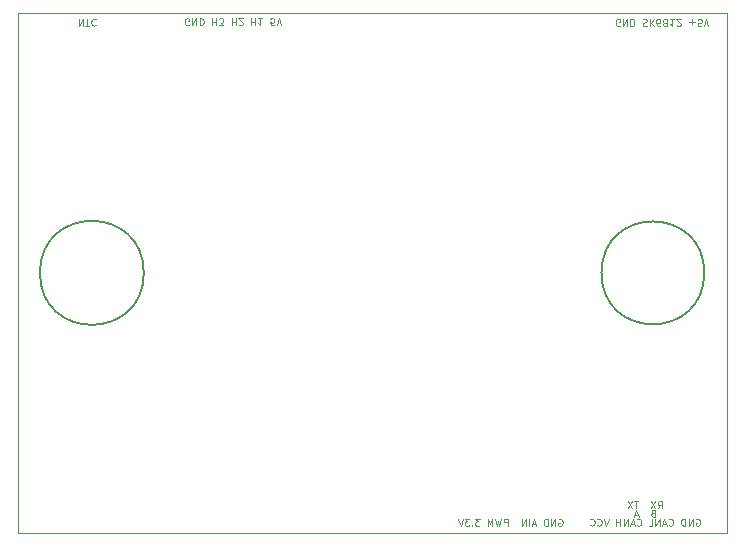
<source format=gbo>
G04 #@! TF.GenerationSoftware,KiCad,Pcbnew,5.1.4+dfsg1-1*
G04 #@! TF.CreationDate,2019-12-21T13:49:23+01:00*
G04 #@! TF.ProjectId,STM32G431,53544d33-3247-4343-9331-2e6b69636164,rev?*
G04 #@! TF.SameCoordinates,Original*
G04 #@! TF.FileFunction,Legend,Bot*
G04 #@! TF.FilePolarity,Positive*
%FSLAX46Y46*%
G04 Gerber Fmt 4.6, Leading zero omitted, Abs format (unit mm)*
G04 Created by KiCad (PCBNEW 5.1.4+dfsg1-1) date 2019-12-21 13:49:23*
%MOMM*%
%LPD*%
G04 APERTURE LIST*
%ADD10C,0.100000*%
%ADD11C,0.150000*%
%ADD12C,0.050000*%
G04 APERTURE END LIST*
D10*
X25150000Y-23478571D02*
X25150000Y-24078571D01*
X25492857Y-23478571D01*
X25492857Y-24078571D01*
X25692857Y-24078571D02*
X26035714Y-24078571D01*
X25864285Y-23478571D02*
X25864285Y-24078571D01*
X26578571Y-23535714D02*
X26550000Y-23507142D01*
X26464285Y-23478571D01*
X26407142Y-23478571D01*
X26321428Y-23507142D01*
X26264285Y-23564285D01*
X26235714Y-23621428D01*
X26207142Y-23735714D01*
X26207142Y-23821428D01*
X26235714Y-23935714D01*
X26264285Y-23992857D01*
X26321428Y-24050000D01*
X26407142Y-24078571D01*
X26464285Y-24078571D01*
X26550000Y-24050000D01*
X26578571Y-24021428D01*
X34455714Y-24020000D02*
X34398571Y-24048571D01*
X34312857Y-24048571D01*
X34227142Y-24020000D01*
X34170000Y-23962857D01*
X34141428Y-23905714D01*
X34112857Y-23791428D01*
X34112857Y-23705714D01*
X34141428Y-23591428D01*
X34170000Y-23534285D01*
X34227142Y-23477142D01*
X34312857Y-23448571D01*
X34370000Y-23448571D01*
X34455714Y-23477142D01*
X34484285Y-23505714D01*
X34484285Y-23705714D01*
X34370000Y-23705714D01*
X34741428Y-23448571D02*
X34741428Y-24048571D01*
X35084285Y-23448571D01*
X35084285Y-24048571D01*
X35370000Y-23448571D02*
X35370000Y-24048571D01*
X35512857Y-24048571D01*
X35598571Y-24020000D01*
X35655714Y-23962857D01*
X35684285Y-23905714D01*
X35712857Y-23791428D01*
X35712857Y-23705714D01*
X35684285Y-23591428D01*
X35655714Y-23534285D01*
X35598571Y-23477142D01*
X35512857Y-23448571D01*
X35370000Y-23448571D01*
X36427142Y-23448571D02*
X36427142Y-24048571D01*
X36427142Y-23762857D02*
X36770000Y-23762857D01*
X36770000Y-23448571D02*
X36770000Y-24048571D01*
X36998571Y-24048571D02*
X37370000Y-24048571D01*
X37170000Y-23820000D01*
X37255714Y-23820000D01*
X37312857Y-23791428D01*
X37341428Y-23762857D01*
X37370000Y-23705714D01*
X37370000Y-23562857D01*
X37341428Y-23505714D01*
X37312857Y-23477142D01*
X37255714Y-23448571D01*
X37084285Y-23448571D01*
X37027142Y-23477142D01*
X36998571Y-23505714D01*
X38084285Y-23448571D02*
X38084285Y-24048571D01*
X38084285Y-23762857D02*
X38427142Y-23762857D01*
X38427142Y-23448571D02*
X38427142Y-24048571D01*
X38684285Y-23991428D02*
X38712857Y-24020000D01*
X38770000Y-24048571D01*
X38912857Y-24048571D01*
X38970000Y-24020000D01*
X38998571Y-23991428D01*
X39027142Y-23934285D01*
X39027142Y-23877142D01*
X38998571Y-23791428D01*
X38655714Y-23448571D01*
X39027142Y-23448571D01*
X39741428Y-23448571D02*
X39741428Y-24048571D01*
X39741428Y-23762857D02*
X40084285Y-23762857D01*
X40084285Y-23448571D02*
X40084285Y-24048571D01*
X40684285Y-23448571D02*
X40341428Y-23448571D01*
X40512857Y-23448571D02*
X40512857Y-24048571D01*
X40455714Y-23962857D01*
X40398571Y-23905714D01*
X40341428Y-23877142D01*
X41684285Y-24048571D02*
X41398571Y-24048571D01*
X41370000Y-23762857D01*
X41398571Y-23791428D01*
X41455714Y-23820000D01*
X41598571Y-23820000D01*
X41655714Y-23791428D01*
X41684285Y-23762857D01*
X41712857Y-23705714D01*
X41712857Y-23562857D01*
X41684285Y-23505714D01*
X41655714Y-23477142D01*
X41598571Y-23448571D01*
X41455714Y-23448571D01*
X41398571Y-23477142D01*
X41370000Y-23505714D01*
X41884285Y-24048571D02*
X42084285Y-23448571D01*
X42284285Y-24048571D01*
X70932857Y-24080000D02*
X70875714Y-24108571D01*
X70790000Y-24108571D01*
X70704285Y-24080000D01*
X70647142Y-24022857D01*
X70618571Y-23965714D01*
X70590000Y-23851428D01*
X70590000Y-23765714D01*
X70618571Y-23651428D01*
X70647142Y-23594285D01*
X70704285Y-23537142D01*
X70790000Y-23508571D01*
X70847142Y-23508571D01*
X70932857Y-23537142D01*
X70961428Y-23565714D01*
X70961428Y-23765714D01*
X70847142Y-23765714D01*
X71218571Y-23508571D02*
X71218571Y-24108571D01*
X71561428Y-23508571D01*
X71561428Y-24108571D01*
X71847142Y-23508571D02*
X71847142Y-24108571D01*
X71990000Y-24108571D01*
X72075714Y-24080000D01*
X72132857Y-24022857D01*
X72161428Y-23965714D01*
X72190000Y-23851428D01*
X72190000Y-23765714D01*
X72161428Y-23651428D01*
X72132857Y-23594285D01*
X72075714Y-23537142D01*
X71990000Y-23508571D01*
X71847142Y-23508571D01*
X72875714Y-23537142D02*
X72961428Y-23508571D01*
X73104285Y-23508571D01*
X73161428Y-23537142D01*
X73190000Y-23565714D01*
X73218571Y-23622857D01*
X73218571Y-23680000D01*
X73190000Y-23737142D01*
X73161428Y-23765714D01*
X73104285Y-23794285D01*
X72990000Y-23822857D01*
X72932857Y-23851428D01*
X72904285Y-23880000D01*
X72875714Y-23937142D01*
X72875714Y-23994285D01*
X72904285Y-24051428D01*
X72932857Y-24080000D01*
X72990000Y-24108571D01*
X73132857Y-24108571D01*
X73218571Y-24080000D01*
X73475714Y-23508571D02*
X73475714Y-24108571D01*
X73818571Y-23508571D02*
X73561428Y-23851428D01*
X73818571Y-24108571D02*
X73475714Y-23765714D01*
X74332857Y-24108571D02*
X74218571Y-24108571D01*
X74161428Y-24080000D01*
X74132857Y-24051428D01*
X74075714Y-23965714D01*
X74047142Y-23851428D01*
X74047142Y-23622857D01*
X74075714Y-23565714D01*
X74104285Y-23537142D01*
X74161428Y-23508571D01*
X74275714Y-23508571D01*
X74332857Y-23537142D01*
X74361428Y-23565714D01*
X74390000Y-23622857D01*
X74390000Y-23765714D01*
X74361428Y-23822857D01*
X74332857Y-23851428D01*
X74275714Y-23880000D01*
X74161428Y-23880000D01*
X74104285Y-23851428D01*
X74075714Y-23822857D01*
X74047142Y-23765714D01*
X74732857Y-23851428D02*
X74675714Y-23880000D01*
X74647142Y-23908571D01*
X74618571Y-23965714D01*
X74618571Y-23994285D01*
X74647142Y-24051428D01*
X74675714Y-24080000D01*
X74732857Y-24108571D01*
X74847142Y-24108571D01*
X74904285Y-24080000D01*
X74932857Y-24051428D01*
X74961428Y-23994285D01*
X74961428Y-23965714D01*
X74932857Y-23908571D01*
X74904285Y-23880000D01*
X74847142Y-23851428D01*
X74732857Y-23851428D01*
X74675714Y-23822857D01*
X74647142Y-23794285D01*
X74618571Y-23737142D01*
X74618571Y-23622857D01*
X74647142Y-23565714D01*
X74675714Y-23537142D01*
X74732857Y-23508571D01*
X74847142Y-23508571D01*
X74904285Y-23537142D01*
X74932857Y-23565714D01*
X74961428Y-23622857D01*
X74961428Y-23737142D01*
X74932857Y-23794285D01*
X74904285Y-23822857D01*
X74847142Y-23851428D01*
X75532857Y-23508571D02*
X75190000Y-23508571D01*
X75361428Y-23508571D02*
X75361428Y-24108571D01*
X75304285Y-24022857D01*
X75247142Y-23965714D01*
X75190000Y-23937142D01*
X75761428Y-24051428D02*
X75790000Y-24080000D01*
X75847142Y-24108571D01*
X75990000Y-24108571D01*
X76047142Y-24080000D01*
X76075714Y-24051428D01*
X76104285Y-23994285D01*
X76104285Y-23937142D01*
X76075714Y-23851428D01*
X75732857Y-23508571D01*
X76104285Y-23508571D01*
X76818571Y-23737142D02*
X77275714Y-23737142D01*
X77047142Y-23508571D02*
X77047142Y-23965714D01*
X77847142Y-24108571D02*
X77561428Y-24108571D01*
X77532857Y-23822857D01*
X77561428Y-23851428D01*
X77618571Y-23880000D01*
X77761428Y-23880000D01*
X77818571Y-23851428D01*
X77847142Y-23822857D01*
X77875714Y-23765714D01*
X77875714Y-23622857D01*
X77847142Y-23565714D01*
X77818571Y-23537142D01*
X77761428Y-23508571D01*
X77618571Y-23508571D01*
X77561428Y-23537142D01*
X77532857Y-23565714D01*
X78047142Y-24108571D02*
X78247142Y-23508571D01*
X78447142Y-24108571D01*
X74161428Y-64931428D02*
X74361428Y-64645714D01*
X74504285Y-64931428D02*
X74504285Y-64331428D01*
X74275714Y-64331428D01*
X74218571Y-64360000D01*
X74190000Y-64388571D01*
X74161428Y-64445714D01*
X74161428Y-64531428D01*
X74190000Y-64588571D01*
X74218571Y-64617142D01*
X74275714Y-64645714D01*
X74504285Y-64645714D01*
X73961428Y-64331428D02*
X73561428Y-64931428D01*
X73561428Y-64331428D02*
X73961428Y-64931428D01*
X72504285Y-64331428D02*
X72161428Y-64331428D01*
X72332857Y-64931428D02*
X72332857Y-64331428D01*
X72018571Y-64331428D02*
X71618571Y-64931428D01*
X71618571Y-64331428D02*
X72018571Y-64931428D01*
X73761428Y-65337142D02*
X73675714Y-65365714D01*
X73647142Y-65394285D01*
X73618571Y-65451428D01*
X73618571Y-65537142D01*
X73647142Y-65594285D01*
X73675714Y-65622857D01*
X73732857Y-65651428D01*
X73961428Y-65651428D01*
X73961428Y-65051428D01*
X73761428Y-65051428D01*
X73704285Y-65080000D01*
X73675714Y-65108571D01*
X73647142Y-65165714D01*
X73647142Y-65222857D01*
X73675714Y-65280000D01*
X73704285Y-65308571D01*
X73761428Y-65337142D01*
X73961428Y-65337142D01*
X72475714Y-65480000D02*
X72190000Y-65480000D01*
X72532857Y-65651428D02*
X72332857Y-65051428D01*
X72132857Y-65651428D01*
X77400000Y-65830000D02*
X77457142Y-65801428D01*
X77542857Y-65801428D01*
X77628571Y-65830000D01*
X77685714Y-65887142D01*
X77714285Y-65944285D01*
X77742857Y-66058571D01*
X77742857Y-66144285D01*
X77714285Y-66258571D01*
X77685714Y-66315714D01*
X77628571Y-66372857D01*
X77542857Y-66401428D01*
X77485714Y-66401428D01*
X77400000Y-66372857D01*
X77371428Y-66344285D01*
X77371428Y-66144285D01*
X77485714Y-66144285D01*
X77114285Y-66401428D02*
X77114285Y-65801428D01*
X76771428Y-66401428D01*
X76771428Y-65801428D01*
X76485714Y-66401428D02*
X76485714Y-65801428D01*
X76342857Y-65801428D01*
X76257142Y-65830000D01*
X76200000Y-65887142D01*
X76171428Y-65944285D01*
X76142857Y-66058571D01*
X76142857Y-66144285D01*
X76171428Y-66258571D01*
X76200000Y-66315714D01*
X76257142Y-66372857D01*
X76342857Y-66401428D01*
X76485714Y-66401428D01*
X75085714Y-66344285D02*
X75114285Y-66372857D01*
X75200000Y-66401428D01*
X75257142Y-66401428D01*
X75342857Y-66372857D01*
X75400000Y-66315714D01*
X75428571Y-66258571D01*
X75457142Y-66144285D01*
X75457142Y-66058571D01*
X75428571Y-65944285D01*
X75400000Y-65887142D01*
X75342857Y-65830000D01*
X75257142Y-65801428D01*
X75200000Y-65801428D01*
X75114285Y-65830000D01*
X75085714Y-65858571D01*
X74857142Y-66230000D02*
X74571428Y-66230000D01*
X74914285Y-66401428D02*
X74714285Y-65801428D01*
X74514285Y-66401428D01*
X74314285Y-66401428D02*
X74314285Y-65801428D01*
X73971428Y-66401428D01*
X73971428Y-65801428D01*
X73400000Y-66401428D02*
X73685714Y-66401428D01*
X73685714Y-65801428D01*
X72400000Y-66344285D02*
X72428571Y-66372857D01*
X72514285Y-66401428D01*
X72571428Y-66401428D01*
X72657142Y-66372857D01*
X72714285Y-66315714D01*
X72742857Y-66258571D01*
X72771428Y-66144285D01*
X72771428Y-66058571D01*
X72742857Y-65944285D01*
X72714285Y-65887142D01*
X72657142Y-65830000D01*
X72571428Y-65801428D01*
X72514285Y-65801428D01*
X72428571Y-65830000D01*
X72400000Y-65858571D01*
X72171428Y-66230000D02*
X71885714Y-66230000D01*
X72228571Y-66401428D02*
X72028571Y-65801428D01*
X71828571Y-66401428D01*
X71628571Y-66401428D02*
X71628571Y-65801428D01*
X71285714Y-66401428D01*
X71285714Y-65801428D01*
X71000000Y-66401428D02*
X71000000Y-65801428D01*
X71000000Y-66087142D02*
X70657142Y-66087142D01*
X70657142Y-66401428D02*
X70657142Y-65801428D01*
X70000000Y-65801428D02*
X69800000Y-66401428D01*
X69600000Y-65801428D01*
X69057142Y-66344285D02*
X69085714Y-66372857D01*
X69171428Y-66401428D01*
X69228571Y-66401428D01*
X69314285Y-66372857D01*
X69371428Y-66315714D01*
X69400000Y-66258571D01*
X69428571Y-66144285D01*
X69428571Y-66058571D01*
X69400000Y-65944285D01*
X69371428Y-65887142D01*
X69314285Y-65830000D01*
X69228571Y-65801428D01*
X69171428Y-65801428D01*
X69085714Y-65830000D01*
X69057142Y-65858571D01*
X68457142Y-66344285D02*
X68485714Y-66372857D01*
X68571428Y-66401428D01*
X68628571Y-66401428D01*
X68714285Y-66372857D01*
X68771428Y-66315714D01*
X68800000Y-66258571D01*
X68828571Y-66144285D01*
X68828571Y-66058571D01*
X68800000Y-65944285D01*
X68771428Y-65887142D01*
X68714285Y-65830000D01*
X68628571Y-65801428D01*
X68571428Y-65801428D01*
X68485714Y-65830000D01*
X68457142Y-65858571D01*
X65762857Y-65850000D02*
X65820000Y-65821428D01*
X65905714Y-65821428D01*
X65991428Y-65850000D01*
X66048571Y-65907142D01*
X66077142Y-65964285D01*
X66105714Y-66078571D01*
X66105714Y-66164285D01*
X66077142Y-66278571D01*
X66048571Y-66335714D01*
X65991428Y-66392857D01*
X65905714Y-66421428D01*
X65848571Y-66421428D01*
X65762857Y-66392857D01*
X65734285Y-66364285D01*
X65734285Y-66164285D01*
X65848571Y-66164285D01*
X65477142Y-66421428D02*
X65477142Y-65821428D01*
X65134285Y-66421428D01*
X65134285Y-65821428D01*
X64848571Y-66421428D02*
X64848571Y-65821428D01*
X64705714Y-65821428D01*
X64620000Y-65850000D01*
X64562857Y-65907142D01*
X64534285Y-65964285D01*
X64505714Y-66078571D01*
X64505714Y-66164285D01*
X64534285Y-66278571D01*
X64562857Y-66335714D01*
X64620000Y-66392857D01*
X64705714Y-66421428D01*
X64848571Y-66421428D01*
X63820000Y-66250000D02*
X63534285Y-66250000D01*
X63877142Y-66421428D02*
X63677142Y-65821428D01*
X63477142Y-66421428D01*
X63277142Y-66421428D02*
X63277142Y-65821428D01*
X62991428Y-66421428D02*
X62991428Y-65821428D01*
X62648571Y-66421428D01*
X62648571Y-65821428D01*
X61448571Y-66421428D02*
X61448571Y-65821428D01*
X61220000Y-65821428D01*
X61162857Y-65850000D01*
X61134285Y-65878571D01*
X61105714Y-65935714D01*
X61105714Y-66021428D01*
X61134285Y-66078571D01*
X61162857Y-66107142D01*
X61220000Y-66135714D01*
X61448571Y-66135714D01*
X60905714Y-65821428D02*
X60762857Y-66421428D01*
X60648571Y-65992857D01*
X60534285Y-66421428D01*
X60391428Y-65821428D01*
X60162857Y-66421428D02*
X60162857Y-65821428D01*
X59962857Y-66250000D01*
X59762857Y-65821428D01*
X59762857Y-66421428D01*
X59077142Y-65821428D02*
X58705714Y-65821428D01*
X58905714Y-66050000D01*
X58820000Y-66050000D01*
X58762857Y-66078571D01*
X58734285Y-66107142D01*
X58705714Y-66164285D01*
X58705714Y-66307142D01*
X58734285Y-66364285D01*
X58762857Y-66392857D01*
X58820000Y-66421428D01*
X58991428Y-66421428D01*
X59048571Y-66392857D01*
X59077142Y-66364285D01*
X58448571Y-66364285D02*
X58420000Y-66392857D01*
X58448571Y-66421428D01*
X58477142Y-66392857D01*
X58448571Y-66364285D01*
X58448571Y-66421428D01*
X58220000Y-65821428D02*
X57848571Y-65821428D01*
X58048571Y-66050000D01*
X57962857Y-66050000D01*
X57905714Y-66078571D01*
X57877142Y-66107142D01*
X57848571Y-66164285D01*
X57848571Y-66307142D01*
X57877142Y-66364285D01*
X57905714Y-66392857D01*
X57962857Y-66421428D01*
X58134285Y-66421428D01*
X58191428Y-66392857D01*
X58220000Y-66364285D01*
X57677142Y-65821428D02*
X57477142Y-66421428D01*
X57277142Y-65821428D01*
D11*
X30650284Y-45000000D02*
G75*
G03X30650284Y-45000000I-4400284J0D01*
G01*
X78104595Y-45000000D02*
G75*
G03X78104595Y-45000000I-4354595J0D01*
G01*
D12*
X20000000Y-23000000D02*
X80000000Y-23000000D01*
X20000000Y-67000000D02*
X20000000Y-23000000D01*
X80000000Y-67000000D02*
X20000000Y-67000000D01*
X80000000Y-23000000D02*
X80000000Y-67000000D01*
M02*

</source>
